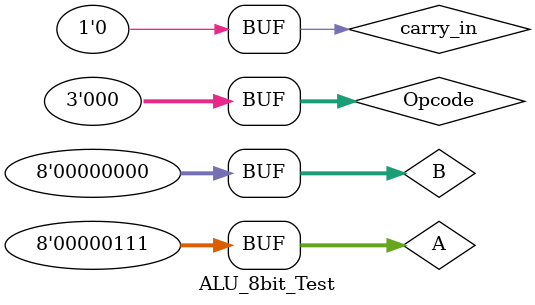
<source format=v>
`timescale 1ps/1ps
module ALU_8bit_Test();
reg [7:0]A, B;
reg [2:0]Opcode;
reg carry_in;
wire [7:0]out;
wire carry_out;
wire C_flag, Z_flag;
ALU_8bit UUT(A, B, Opcode, carry_in, out, carry_out, C_flag, Z_flag);

initial begin
    // add 
             Opcode=3'b000; A= 170; B= 108; carry_in=0;
        #50; Opcode=3'b000; A= 7;   B= 4;   carry_in=0;
    // sub 
        #50; Opcode=3'b001; A= 170; B= 108; carry_in=1;
        #50; Opcode=3'b001; A= 7;   B= 4;   carry_in=1;
    // and  
        #50; Opcode=3'b010; A= 170; B= 108;
        #50; Opcode=3'b010; A= 255; B= 0;  
        #50; Opcode=3'b010; A= 255; B= 9;
    // or  
        #50; Opcode=3'b011; A= 170; B= 85;
        #50; Opcode=3'b011; A= 255; B= 0;  
        #50; Opcode=3'b011; A= 255; B= 9;
    // xor
        #50; Opcode=3'b100; A= 170; B= 85;
        #50; Opcode=3'b100; A= 255; B= 0;  
        #50; Opcode=3'b100; A= 255; B= 9;    
    // greater than
        #50; Opcode=3'b101; A= 170; B= 85;
        #50; Opcode=3'b101; A= 85; B= 170;     
    // shift A
        #50; Opcode=3'b110; A= 170; 
        #50; Opcode=3'b110; A= 255;   
    // shift B
        #50; Opcode=3'b111; B= 170; 
        #50; Opcode=3'b111; B= 255;  

    // C_flag
        #50; Opcode=3'b101; A= 170; B= 85;
        #50; Opcode=3'b101; A= 85; B= 170;      
    // Z_flag
        #50; Opcode=3'b000; A= 0; B= 0; carry_in=0;
        #50; Opcode=3'b000; A= 7;   B= 7;   carry_in=1;
        #50; Opcode=3'b000; A= 7;   B= 0;   carry_in=0;
end
endmodule
</source>
